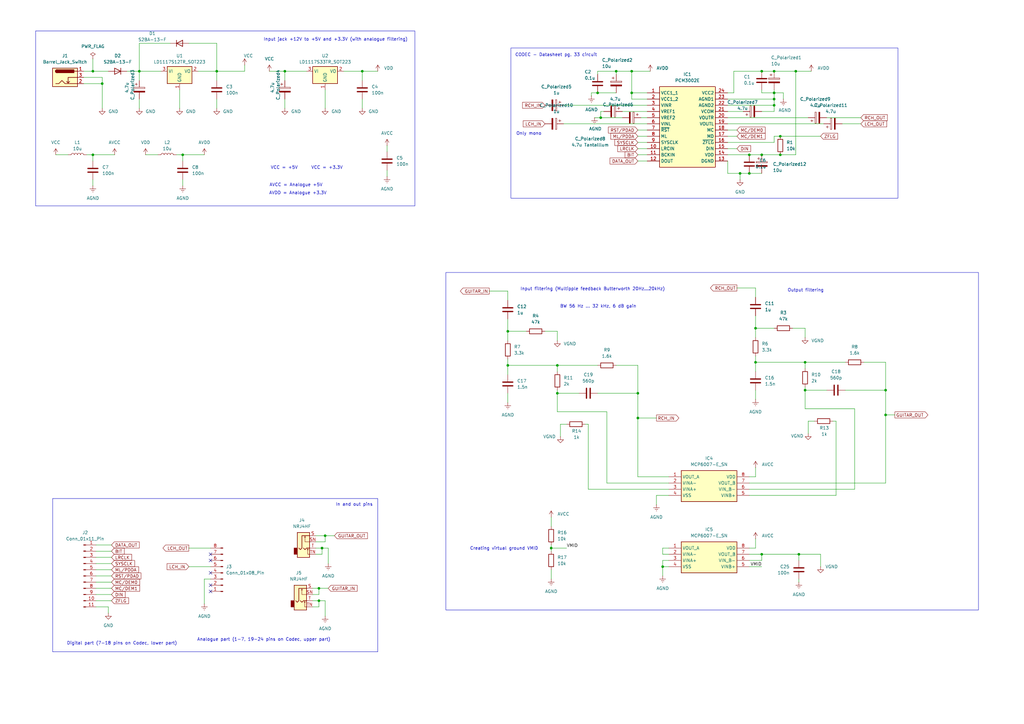
<source format=kicad_sch>
(kicad_sch (version 20231120) (generator "eeschema") (generator_version "8.0")
  (paper "A3")
  (lib_symbols
    (symbol "Connector:Barrel_Jack_Switch" (pin_names hide)
      (property "Reference" "J" (at 0 5.334 0))
      (property "Value" "Barrel_Jack_Switch" (at 0 -5.08 0))
      (symbol "Barrel_Jack_Switch_1_1"
        (pin passive line (at 7.62 2.54 180) (length 2.54) (name "~") (number "1"))
        (pin passive line (at 7.62 -2.54 180) (length 2.54) (name "~") (number "2"))
        (pin passive line (at 7.62 0 180) (length 2.54) (name "~") (number "3"))
      )
    )
    (symbol "Connector:Conn_01x08_Pin" (pin_names (offset 1.016) hide)
      (property "Reference" "J" (at 0 10.16 0))
      (property "Value" "Conn_01x08_Pin" (at 0 -12.7 0))
      (symbol "Conn_01x08_Pin_1_1"
        (pin passive line (at 5.08 7.62 180) (length 3.81) (name "Pin_1") (number "1"))
        (pin passive line (at 5.08 5.08 180) (length 3.81) (name "Pin_2") (number "2"))
        (pin passive line (at 5.08 2.54 180) (length 3.81) (name "Pin_3") (number "3"))
        (pin passive line (at 5.08 0 180) (length 3.81) (name "Pin_4") (number "4"))
        (pin passive line (at 5.08 -2.54 180) (length 3.81) (name "Pin_5") (number "5"))
        (pin passive line (at 5.08 -5.08 180) (length 3.81) (name "Pin_6") (number "6"))
        (pin passive line (at 5.08 -7.62 180) (length 3.81) (name "Pin_7") (number "7"))
        (pin passive line (at 5.08 -10.16 180) (length 3.81) (name "Pin_8") (number "8"))
      )
    )
    (symbol "Connector:Conn_01x11_Pin" (pin_names (offset 1.016) hide)
      (property "Reference" "J" (at 0 15.24 0))
      (property "Value" "Conn_01x11_Pin" (at 0 -15.24 0))
      (symbol "Conn_01x11_Pin_1_1"
        (pin passive line (at 5.08 12.7 180) (length 3.81) (name "Pin_1") (number "1"))
        (pin passive line (at 5.08 -10.16 180) (length 3.81) (name "Pin_10") (number "10"))
        (pin passive line (at 5.08 -12.7 180) (length 3.81) (name "Pin_11") (number "11"))
        (pin passive line (at 5.08 10.16 180) (length 3.81) (name "Pin_2") (number "2"))
        (pin passive line (at 5.08 7.62 180) (length 3.81) (name "Pin_3") (number "3"))
        (pin passive line (at 5.08 5.08 180) (length 3.81) (name "Pin_4") (number "4"))
        (pin passive line (at 5.08 2.54 180) (length 3.81) (name "Pin_5") (number "5"))
        (pin passive line (at 5.08 0 180) (length 3.81) (name "Pin_6") (number "6"))
        (pin passive line (at 5.08 -2.54 180) (length 3.81) (name "Pin_7") (number "7"))
        (pin passive line (at 5.08 -5.08 180) (length 3.81) (name "Pin_8") (number "8"))
        (pin passive line (at 5.08 -7.62 180) (length 3.81) (name "Pin_9") (number "9"))
      )
    )
    (symbol "Connector_Audio:NRJ4HF"
      (property "Reference" "J" (at 0 11.43 0))
      (property "Value" "NRJ4HF" (at 0 8.89 0))
      (symbol "NRJ4HF_1_1"
        (pin passive line (at 5.08 5.08 180) (length 2.54) (name "~") (number "S"))
        (pin passive line (at 5.08 2.54 180) (length 2.54) (name "~") (number "SN"))
        (pin passive line (at 5.08 0 180) (length 2.54) (name "~") (number "T"))
        (pin passive line (at 5.08 -2.54 180) (length 2.54) (name "~") (number "TN"))
      )
    )
    (symbol "Device:C" (pin_numbers hide) (pin_names (offset 0.254))
      (property "Reference" "C" (at 0.635 2.54 0))
      (property "Value" "C" (at 0.635 -2.54 0))
      (symbol "C_1_1"
        (pin passive line (at 0 3.81 270) (length 2.794) (name "~") (number "1"))
        (pin passive line (at 0 -3.81 90) (length 2.794) (name "~") (number "2"))
      )
    )
    (symbol "Device:C_Polarized" (pin_numbers hide) (pin_names (offset 0.254))
      (property "Reference" "C" (at 0.635 2.54 0))
      (property "Value" "C_Polarized" (at 0.635 -2.54 0))
      (symbol "C_Polarized_1_1"
        (pin passive line (at 0 3.81 270) (length 2.794) (name "~") (number "1"))
        (pin passive line (at 0 -3.81 90) (length 2.794) (name "~") (number "2"))
      )
    )
    (symbol "Device:D" (pin_numbers hide) (pin_names (offset 1.016) hide)
      (property "Reference" "D" (at 0 2.54 0))
      (property "Value" "D" (at 0 -2.54 0))
      (symbol "D_1_1"
        (pin passive line (at -3.81 0 0) (length 2.54) (name "K") (number "1"))
        (pin passive line (at 3.81 0 180) (length 2.54) (name "A") (number "2"))
      )
    )
    (symbol "Device:L" (pin_numbers hide) (pin_names (offset 1.016) hide)
      (property "Reference" "L" (at -1.27 0 90))
      (property "Value" "L" (at 1.905 0 90))
      (symbol "L_1_1"
        (pin passive line (at 0 3.81 270) (length 1.27) (name "1") (number "1"))
        (pin passive line (at 0 -3.81 90) (length 1.27) (name "2") (number "2"))
      )
    )
    (symbol "Device:R" (pin_numbers hide) (pin_names (offset 0))
      (property "Reference" "R" (at 2.032 0 90))
      (property "Value" "R" (at 0 0 90))
      (symbol "R_1_1"
        (pin passive line (at 0 3.81 270) (length 1.27) (name "~") (number "1"))
        (pin passive line (at 0 -3.81 90) (length 1.27) (name "~") (number "2"))
      )
    )
    (symbol "Regulator_Linear:LD1117S12TR_SOT223"
      (property "Reference" "U" (at -3.81 3.175 0))
      (property "Value" "LD1117S12TR_SOT223" (at 0 3.175 0))
      (symbol "LD1117S12TR_SOT223_1_1"
        (pin power_in line (at 0 -7.62 90) (length 2.54) (name "GND") (number "1"))
        (pin power_out line (at 7.62 0 180) (length 2.54) (name "VO") (number "2"))
        (pin power_in line (at -7.62 0 0) (length 2.54) (name "VI") (number "3"))
      )
    )
    (symbol "Regulator_Linear:LD1117S33TR_SOT223"
      (property "Reference" "U" (at -3.81 3.175 0))
      (property "Value" "LD1117S33TR_SOT223" (at 0 3.175 0))
      (symbol "LD1117S33TR_SOT223_1_1"
        (pin power_in line (at 0 -7.62 90) (length 2.54) (name "GND") (number "1"))
        (pin power_out line (at 7.62 0 180) (length 2.54) (name "VO") (number "2"))
        (pin power_in line (at -7.62 0 0) (length 2.54) (name "VI") (number "3"))
      )
    )
    (symbol "SamacSys_Parts:MCP6007-E_SN"
      (property "Reference" "IC" (at 29.21 7.62 0))
      (property "Value" "MCP6007-E_SN" (at 29.21 5.08 0))
      (symbol "MCP6007-E_SN_1_1"
        (pin passive line (at 0 0 0) (length 5.08) (name "VOUT_A") (number "1"))
        (pin passive line (at 0 -2.54 0) (length 5.08) (name "VINA-") (number "2"))
        (pin passive line (at 0 -5.08 0) (length 5.08) (name "VINA+") (number "3"))
        (pin passive line (at 0 -7.62 0) (length 5.08) (name "VSS") (number "4"))
        (pin passive line (at 33.02 -7.62 180) (length 5.08) (name "VINB+") (number "5"))
        (pin passive line (at 33.02 -5.08 180) (length 5.08) (name "VIN_B-") (number "6"))
        (pin passive line (at 33.02 -2.54 180) (length 5.08) (name "VOUT_B") (number "7"))
        (pin passive line (at 33.02 0 180) (length 5.08) (name "VDD") (number "8"))
      )
    )
    (symbol "SamacSys_Parts:PCM3002E"
      (property "Reference" "IC" (at 29.21 7.62 0))
      (property "Value" "PCM3002E" (at 29.21 5.08 0))
      (symbol "PCM3002E_1_1"
        (pin passive line (at 0 0 0) (length 5.08) (name "VCC1_1") (number "1"))
        (pin passive line (at 0 -22.86 0) (length 5.08) (name "LRCIN") (number "10"))
        (pin passive line (at 0 -25.4 0) (length 5.08) (name "BCKIN") (number "11"))
        (pin passive line (at 0 -27.94 0) (length 5.08) (name "DOUT") (number "12"))
        (pin passive line (at 33.02 -27.94 180) (length 5.08) (name "DGND") (number "13"))
        (pin passive line (at 33.02 -25.4 180) (length 5.08) (name "VDD") (number "14"))
        (pin passive line (at 33.02 -22.86 180) (length 5.08) (name "DIN") (number "15"))
        (pin passive line (at 33.02 -20.32 180) (length 5.08) (name "~{ZFLG}") (number "16"))
        (pin passive line (at 33.02 -17.78 180) (length 5.08) (name "MD") (number "17"))
        (pin passive line (at 33.02 -15.24 180) (length 5.08) (name "MC") (number "18"))
        (pin passive line (at 33.02 -12.7 180) (length 5.08) (name "VOUTL") (number "19"))
        (pin passive line (at 0 -2.54 0) (length 5.08) (name "VCC1_2") (number "2"))
        (pin passive line (at 33.02 -10.16 180) (length 5.08) (name "VOUTR") (number "20"))
        (pin passive line (at 33.02 -7.62 180) (length 5.08) (name "VCOM") (number "21"))
        (pin passive line (at 33.02 -5.08 180) (length 5.08) (name "AGND2") (number "22"))
        (pin passive line (at 33.02 -2.54 180) (length 5.08) (name "AGND1") (number "23"))
        (pin passive line (at 33.02 0 180) (length 5.08) (name "VCC2") (number "24"))
        (pin passive line (at 0 -5.08 0) (length 5.08) (name "VINR") (number "3"))
        (pin passive line (at 0 -7.62 0) (length 5.08) (name "VREF1") (number "4"))
        (pin passive line (at 0 -10.16 0) (length 5.08) (name "VREF2") (number "5"))
        (pin passive line (at 0 -12.7 0) (length 5.08) (name "VINL") (number "6"))
        (pin passive line (at 0 -15.24 0) (length 5.08) (name "~{RST}") (number "7"))
        (pin passive line (at 0 -17.78 0) (length 5.08) (name "ML") (number "8"))
        (pin passive line (at 0 -20.32 0) (length 5.08) (name "SYSCLK") (number "9"))
      )
    )
    (symbol "power:Earth" (power) (pin_numbers hide) (pin_names (offset 0) hide)
      (property "Value" "Earth" (at 0 -3.81 0))
      (symbol "Earth_1_1"
        (pin power_in line (at 0 0 270) (length 0) (name "~") (number "1"))
      )
    )
    (symbol "power:GND" (power) (pin_numbers hide) (pin_names (offset 0) hide)
      (property "Value" "GND" (at 0 -3.81 0))
      (symbol "GND_1_1"
        (pin power_in line (at 0 0 270) (length 0) (name "~") (number "1"))
      )
    )
    (symbol "power:GND1" (power) (pin_numbers hide) (pin_names (offset 0) hide)
      (property "Value" "GND1" (at 0 -3.81 0))
      (symbol "GND1_1_1"
        (pin power_in line (at 0 0 270) (length 0) (name "~") (number "1"))
      )
    )
    (symbol "power:PWR_FLAG" (power) (pin_numbers hide) (pin_names (offset 0) hide)
      (property "Value" "PWR_FLAG" (at 0 3.81 0))
      (symbol "PWR_FLAG_0_0"
        (pin power_out line (at 0 0 90) (length 0) (name "~") (number "1"))
      )
    )
    (symbol "power:VCC" (power) (pin_numbers hide) (pin_names (offset 0) hide)
      (property "Value" "VCC" (at 0 3.556 0))
      (symbol "VCC_1_1"
        (pin power_in line (at 0 0 90) (length 0) (name "~") (number "1"))
      )
    )
  )
  (junction (at 226.06 224.79))
  (junction (at 228.6 149.86))
  (junction (at 116.84 29.21))
  (junction (at 38.1 29.21))
  (junction (at 132.08 224.79))
  (junction (at 252.73 29.21))
  (junction (at 307.34 71.12))
  (junction (at 317.5 40.64))
  (junction (at 38.1 63.5))
  (junction (at 208.28 135.89))
  (junction (at 309.88 148.59))
  (junction (at 312.42 29.21))
  (junction (at 88.9 29.21))
  (junction (at 327.66 227.33))
  (junction (at 246.38 48.26))
  (junction (at 320.04 55.88))
  (junction (at 330.2 148.59))
  (junction (at 133.35 219.71))
  (junction (at 326.39 29.21))
  (junction (at 312.42 63.5))
  (junction (at 245.11 38.1))
  (junction (at 317.5 29.21))
  (junction (at 320.04 63.5))
  (junction (at 330.2 160.02))
  (junction (at 363.22 160.02))
  (junction (at 228.6 161.29))
  (junction (at 317.5 43.18))
  (junction (at 208.28 149.86))
  (junction (at 271.78 232.41))
  (junction (at 261.62 161.29))
  (junction (at 130.81 246.38))
  (junction (at 309.88 134.62))
  (junction (at 317.5 38.1))
  (junction (at 363.22 170.18))
  (junction (at 130.81 241.3))
  (junction (at 74.93 63.5))
  (junction (at 307.34 63.5))
  (junction (at 303.53 71.12))
  (junction (at 259.08 29.21))
  (junction (at 41.91 34.29))
  (junction (at 57.15 29.21))
  (junction (at 148.59 29.21))
  (junction (at 261.62 171.45))
  (junction (at 312.42 227.33))
  (junction (at 259.08 38.1))
  (no_connect (at 86.36 242.57))
  (no_connect (at 86.36 234.95))
  (no_connect (at 86.36 227.33))
  (no_connect (at 86.36 240.03))
  (no_connect (at 86.36 229.87))
  (wire (pts (xy 298.45 63.5) (xy 307.34 63.5)))
  (wire (pts (xy 246.38 45.72) (xy 246.38 48.26)))
  (wire (pts (xy 317.5 55.88) (xy 320.04 55.88)))
  (wire (pts (xy 208.28 147.32) (xy 208.28 149.86)))
  (wire (pts (xy 309.88 148.59) (xy 309.88 152.4)))
  (wire (pts (xy 226.06 212.09) (xy 226.06 215.9)))
  (wire (pts (xy 228.6 160.02) (xy 228.6 161.29)))
  (wire (pts (xy 208.28 161.29) (xy 208.28 165.1)))
  (wire (pts (xy 326.39 63.5) (xy 326.39 29.21)))
  (wire (pts (xy 39.37 223.52) (xy 45.72 223.52)))
  (wire (pts (xy 312.42 29.21) (xy 317.5 29.21)))
  (wire (pts (xy 330.2 134.62) (xy 330.2 138.43)))
  (wire (pts (xy 74.93 63.5) (xy 74.93 66.04)))
  (wire (pts (xy 57.15 17.78) (xy 57.15 29.21)))
  (wire (pts (xy 243.84 48.26) (xy 246.38 48.26)))
  (wire (pts (xy 133.35 252.73) (xy 133.35 246.38)))
  (wire (pts (xy 226.06 224.79) (xy 226.06 226.06)))
  (wire (pts (xy 309.88 129.54) (xy 309.88 134.62)))
  (wire (pts (xy 223.52 135.89) (xy 228.6 135.89)))
  (wire (pts (xy 336.55 227.33) (xy 327.66 227.33)))
  (wire (pts (xy 274.32 200.66) (xy 241.3 200.66)))
  (wire (pts (xy 309.88 220.98) (xy 309.88 224.79)))
  (wire (pts (xy 261.62 161.29) (xy 261.62 149.86)))
  (wire (pts (xy 38.1 29.21) (xy 44.45 29.21)))
  (wire (pts (xy 208.28 149.86) (xy 228.6 149.86)))
  (wire (pts (xy 312.42 38.1) (xy 312.42 36.83)))
  (wire (pts (xy 116.84 29.21) (xy 125.73 29.21)))
  (wire (pts (xy 265.43 40.64) (xy 259.08 40.64)))
  (wire (pts (xy 298.45 40.64) (xy 317.5 40.64)))
  (wire (pts (xy 327.66 237.49) (xy 327.66 238.76)))
  (wire (pts (xy 261.62 63.5) (xy 265.43 63.5)))
  (wire (pts (xy 228.6 149.86) (xy 245.11 149.86)))
  (wire (pts (xy 38.1 63.5) (xy 46.99 63.5)))
  (wire (pts (xy 298.45 45.72) (xy 304.8 45.72)))
  (wire (pts (xy 39.37 226.06) (xy 45.72 226.06)))
  (wire (pts (xy 88.9 17.78) (xy 88.9 29.21)))
  (wire (pts (xy 35.56 63.5) (xy 38.1 63.5)))
  (wire (pts (xy 261.62 55.88) (xy 265.43 55.88)))
  (wire (pts (xy 326.39 29.21) (xy 317.5 29.21)))
  (wire (pts (xy 307.34 71.12) (xy 312.42 71.12)))
  (wire (pts (xy 353.06 48.26) (xy 339.09 48.26)))
  (wire (pts (xy 242.57 38.1) (xy 245.11 38.1)))
  (wire (pts (xy 134.62 231.14) (xy 134.62 224.79)))
  (wire (pts (xy 261.62 60.96) (xy 265.43 60.96)))
  (wire (pts (xy 261.62 171.45) (xy 269.24 171.45)))
  (wire (pts (xy 261.62 66.04) (xy 265.43 66.04)))
  (wire (pts (xy 73.66 36.83) (xy 73.66 44.45)))
  (wire (pts (xy 259.08 38.1) (xy 259.08 29.21)))
  (wire (pts (xy 307.34 229.87) (xy 312.42 229.87)))
  (wire (pts (xy 330.2 167.64) (xy 350.52 167.64)))
  (wire (pts (xy 261.62 161.29) (xy 261.62 171.45)))
  (wire (pts (xy 307.34 203.2) (xy 342.9 203.2)))
  (wire (pts (xy 271.78 227.33) (xy 274.32 227.33)))
  (wire (pts (xy 110.49 29.21) (xy 116.84 29.21)))
  (wire (pts (xy 330.2 148.59) (xy 346.71 148.59)))
  (wire (pts (xy 130.81 248.92) (xy 130.81 246.38)))
  (wire (pts (xy 300.99 29.21) (xy 300.99 38.1)))
  (wire (pts (xy 269.24 203.2) (xy 274.32 203.2)))
  (wire (pts (xy 307.34 198.12) (xy 363.22 198.12)))
  (wire (pts (xy 134.62 224.79) (xy 132.08 224.79)))
  (wire (pts (xy 309.88 146.05) (xy 309.88 148.59)))
  (wire (pts (xy 255.27 45.72) (xy 265.43 45.72)))
  (wire (pts (xy 274.32 229.87) (xy 271.78 229.87)))
  (wire (pts (xy 215.9 135.89) (xy 208.28 135.89)))
  (wire (pts (xy 363.22 148.59) (xy 354.33 148.59)))
  (wire (pts (xy 128.27 243.84) (xy 130.81 243.84)))
  (wire (pts (xy 265.43 50.8) (xy 231.14 50.8)))
  (wire (pts (xy 242.57 39.37) (xy 242.57 38.1)))
  (wire (pts (xy 298.45 48.26) (xy 331.47 48.26)))
  (wire (pts (xy 57.15 29.21) (xy 57.15 33.02)))
  (wire (pts (xy 74.93 63.5) (xy 83.82 63.5)))
  (wire (pts (xy 41.91 31.75) (xy 41.91 34.29)))
  (wire (pts (xy 133.35 246.38) (xy 130.81 246.38)))
  (wire (pts (xy 128.27 241.3) (xy 130.81 241.3)))
  (wire (pts (xy 77.47 232.41) (xy 86.36 232.41)))
  (wire (pts (xy 317.5 134.62) (xy 309.88 134.62)))
  (wire (pts (xy 320.04 63.5) (xy 326.39 63.5)))
  (wire (pts (xy 45.72 243.84) (xy 39.37 243.84)))
  (wire (pts (xy 309.88 191.77) (xy 309.88 195.58)))
  (wire (pts (xy 39.37 231.14) (xy 45.72 231.14)))
  (wire (pts (xy 88.9 29.21) (xy 100.33 29.21)))
  (wire (pts (xy 229.87 173.99) (xy 232.41 173.99)))
  (wire (pts (xy 363.22 170.18) (xy 367.03 170.18)))
  (wire (pts (xy 309.88 118.11) (xy 309.88 121.92)))
  (wire (pts (xy 34.29 29.21) (xy 38.1 29.21)))
  (wire (pts (xy 341.63 172.72) (xy 342.9 172.72)))
  (wire (pts (xy 34.29 34.29) (xy 41.91 34.29)))
  (wire (pts (xy 312.42 227.33) (xy 307.34 227.33)))
  (wire (pts (xy 327.66 227.33) (xy 312.42 227.33)))
  (wire (pts (xy 228.6 149.86) (xy 228.6 152.4)))
  (wire (pts (xy 317.5 38.1) (xy 317.5 40.64)))
  (wire (pts (xy 148.59 29.21) (xy 154.94 29.21)))
  (wire (pts (xy 228.6 161.29) (xy 228.6 168.91)))
  (wire (pts (xy 148.59 40.64) (xy 148.59 44.45)))
  (wire (pts (xy 298.45 43.18) (xy 317.5 43.18)))
  (wire (pts (xy 226.06 233.68) (xy 226.06 237.49)))
  (wire (pts (xy 307.34 200.66) (xy 350.52 200.66)))
  (wire (pts (xy 274.32 224.79) (xy 271.78 224.79)))
  (wire (pts (xy 246.38 48.26) (xy 255.27 48.26)))
  (wire (pts (xy 262.89 48.26) (xy 265.43 48.26)))
  (wire (pts (xy 34.29 31.75) (xy 41.91 31.75)))
  (wire (pts (xy 336.55 232.41) (xy 336.55 227.33)))
  (wire (pts (xy 158.75 59.69) (xy 158.75 62.23)))
  (wire (pts (xy 133.35 36.83) (xy 133.35 44.45)))
  (wire (pts (xy 331.47 172.72) (xy 334.01 172.72)))
  (wire (pts (xy 332.74 29.21) (xy 326.39 29.21)))
  (wire (pts (xy 247.65 45.72) (xy 246.38 45.72)))
  (wire (pts (xy 57.15 29.21) (xy 66.04 29.21)))
  (wire (pts (xy 317.5 40.64) (xy 317.5 43.18)))
  (wire (pts (xy 158.75 69.85) (xy 158.75 72.39)))
  (wire (pts (xy 137.16 219.71) (xy 133.35 219.71)))
  (wire (pts (xy 245.11 38.1) (xy 252.73 38.1)))
  (wire (pts (xy 39.37 228.6) (xy 45.72 228.6)))
  (wire (pts (xy 298.45 38.1) (xy 300.99 38.1)))
  (wire (pts (xy 248.92 198.12) (xy 248.92 168.91)))
  (wire (pts (xy 208.28 135.89) (xy 208.28 139.7)))
  (wire (pts (xy 245.11 161.29) (xy 261.62 161.29)))
  (wire (pts (xy 330.2 158.75) (xy 330.2 160.02)))
  (wire (pts (xy 22.86 63.5) (xy 27.94 63.5)))
  (wire (pts (xy 133.35 219.71) (xy 129.54 219.71)))
  (wire (pts (xy 325.12 134.62) (xy 330.2 134.62)))
  (wire (pts (xy 312.42 38.1) (xy 317.5 38.1)))
  (wire (pts (xy 269.24 203.2) (xy 269.24 207.01)))
  (wire (pts (xy 59.69 63.5) (xy 64.77 63.5)))
  (wire (pts (xy 45.72 238.76) (xy 39.37 238.76)))
  (wire (pts (xy 274.32 195.58) (xy 261.62 195.58)))
  (wire (pts (xy 307.34 71.12) (xy 303.53 71.12)))
  (wire (pts (xy 83.82 247.65) (xy 83.82 237.49)))
  (wire (pts (xy 321.31 40.64) (xy 321.31 38.1)))
  (wire (pts (xy 363.22 160.02) (xy 363.22 148.59)))
  (wire (pts (xy 320.04 55.88) (xy 336.55 55.88)))
  (wire (pts (xy 298.45 60.96) (xy 302.26 60.96)))
  (wire (pts (xy 302.26 118.11) (xy 309.88 118.11)))
  (wire (pts (xy 330.2 148.59) (xy 330.2 151.13)))
  (wire (pts (xy 100.33 29.21) (xy 100.33 26.67)))
  (wire (pts (xy 39.37 236.22) (xy 45.72 236.22)))
  (wire (pts (xy 298.45 66.04) (xy 298.45 71.12)))
  (wire (pts (xy 74.93 73.66) (xy 74.93 76.2)))
  (wire (pts (xy 57.15 40.64) (xy 57.15 44.45)))
  (wire (pts (xy 52.07 29.21) (xy 57.15 29.21)))
  (wire (pts (xy 228.6 168.91) (xy 248.92 168.91)))
  (wire (pts (xy 88.9 40.64) (xy 88.9 44.45)))
  (wire (pts (xy 133.35 222.25) (xy 133.35 219.71)))
  (wire (pts (xy 274.32 198.12) (xy 248.92 198.12)))
  (wire (pts (xy 77.47 17.78) (xy 88.9 17.78)))
  (wire (pts (xy 44.45 251.46) (xy 44.45 248.92)))
  (wire (pts (xy 345.44 50.8) (xy 353.06 50.8)))
  (wire (pts (xy 39.37 233.68) (xy 45.72 233.68)))
  (wire (pts (xy 271.78 236.22) (xy 271.78 232.41)))
  (wire (pts (xy 312.42 229.87) (xy 312.42 227.33)))
  (wire (pts (xy 228.6 161.29) (xy 237.49 161.29)))
  (wire (pts (xy 81.28 29.21) (xy 88.9 29.21)))
  (wire (pts (xy 363.22 170.18) (xy 363.22 160.02)))
  (wire (pts (xy 309.88 160.02) (xy 309.88 163.83)))
  (wire (pts (xy 330.2 167.64) (xy 330.2 160.02)))
  (wire (pts (xy 346.71 160.02) (xy 363.22 160.02)))
  (wire (pts (xy 130.81 246.38) (xy 128.27 246.38)))
  (wire (pts (xy 245.11 29.21) (xy 245.11 30.48)))
  (wire (pts (xy 259.08 40.64) (xy 259.08 38.1)))
  (wire (pts (xy 226.06 223.52) (xy 226.06 224.79)))
  (wire (pts (xy 129.54 227.33) (xy 132.08 227.33)))
  (wire (pts (xy 72.39 63.5) (xy 74.93 63.5)))
  (wire (pts (xy 132.08 227.33) (xy 132.08 224.79)))
  (wire (pts (xy 208.28 149.86) (xy 208.28 153.67)))
  (wire (pts (xy 140.97 29.21) (xy 148.59 29.21)))
  (wire (pts (xy 312.42 63.5) (xy 320.04 63.5)))
  (wire (pts (xy 241.3 200.66) (xy 241.3 173.99)))
  (wire (pts (xy 128.27 248.92) (xy 130.81 248.92)))
  (wire (pts (xy 363.22 198.12) (xy 363.22 170.18)))
  (wire (pts (xy 259.08 29.21) (xy 252.73 29.21)))
  (wire (pts (xy 265.43 38.1) (xy 259.08 38.1)))
  (wire (pts (xy 44.45 248.92) (xy 39.37 248.92)))
  (wire (pts (xy 132.08 224.79) (xy 129.54 224.79)))
  (wire (pts (xy 303.53 71.12) (xy 303.53 73.66)))
  (wire (pts (xy 261.62 53.34) (xy 265.43 53.34)))
  (wire (pts (xy 130.81 243.84) (xy 130.81 241.3)))
  (wire (pts (xy 298.45 53.34) (xy 302.26 53.34)))
  (wire (pts (xy 252.73 29.21) (xy 252.73 30.48)))
  (wire (pts (xy 116.84 33.02) (xy 116.84 29.21)))
  (wire (pts (xy 45.72 241.3) (xy 39.37 241.3)))
  (wire (pts (xy 327.66 229.87) (xy 327.66 227.33)))
  (wire (pts (xy 208.28 130.81) (xy 208.28 135.89)))
  (wire (pts (xy 69.85 17.78) (xy 57.15 17.78)))
  (wire (pts (xy 298.45 71.12) (xy 303.53 71.12)))
  (wire (pts (xy 330.2 160.02) (xy 339.09 160.02)))
  (wire (pts (xy 271.78 232.41) (xy 274.32 232.41)))
  (wire (pts (xy 226.06 224.79) (xy 232.41 224.79)))
  (wire (pts (xy 261.62 149.86) (xy 252.73 149.86)))
  (wire (pts (xy 309.88 148.59) (xy 330.2 148.59)))
  (wire (pts (xy 309.88 195.58) (xy 307.34 195.58)))
  (wire (pts (xy 317.5 43.18) (xy 317.5 45.72)))
  (wire (pts (xy 228.6 135.89) (xy 228.6 139.7)))
  (wire (pts (xy 350.52 200.66) (xy 350.52 167.64)))
  (wire (pts (xy 331.47 177.8) (xy 331.47 172.72)))
  (wire (pts (xy 208.28 119.38) (xy 208.28 123.19)))
  (wire (pts (xy 317.5 45.72) (xy 312.42 45.72)))
  (wire (pts (xy 309.88 134.62) (xy 309.88 138.43)))
  (wire (pts (xy 38.1 73.66) (xy 38.1 76.2)))
  (wire (pts (xy 342.9 203.2) (xy 342.9 172.72)))
  (wire (pts (xy 229.87 179.07) (xy 229.87 173.99)))
  (wire (pts (xy 271.78 224.79) (xy 271.78 227.33)))
  (wire (pts (xy 38.1 63.5) (xy 38.1 66.04)))
  (wire (pts (xy 129.54 222.25) (xy 133.35 222.25)))
  (wire (pts (xy 321.31 38.1) (xy 317.5 38.1)))
  (wire (pts (xy 148.59 29.21) (xy 148.59 33.02)))
  (wire (pts (xy 130.81 241.3) (xy 134.62 241.3)))
  (wire (pts (xy 300.99 29.21) (xy 312.42 29.21)))
  (wire (pts (xy 309.88 224.79) (xy 307.34 224.79)))
  (wire (pts (xy 240.03 173.99) (xy 241.3 173.99)))
  (wire (pts (xy 261.62 58.42) (xy 265.43 58.42)))
  (wire (pts (xy 200.66 119.38) (xy 208.28 119.38)))
  (wire (pts (xy 252.73 29.21) (xy 245.11 29.21)))
  (wire (pts (xy 41.91 34.29) (xy 41.91 44.45)))
  (wire (pts (xy 259.08 29.21) (xy 266.7 29.21)))
  (wire (pts (xy 307.34 63.5) (xy 312.42 63.5)))
  (wire (pts (xy 38.1 24.13) (xy 38.1 29.21)))
  (wire (pts (xy 231.14 43.18) (xy 265.43 43.18)))
  (wire (pts (xy 317.5 36.83) (xy 317.5 38.1)))
  (wire (pts (xy 298.45 50.8) (xy 337.82 50.8)))
  (wire (pts (xy 83.82 237.49) (xy 86.36 237.49)))
  (wire (pts (xy 261.62 195.58) (xy 261.62 171.45)))
  (wire (pts (xy 298.45 55.88) (xy 302.26 55.88)))
  (wire (pts (xy 271.78 229.87) (xy 271.78 232.41)))
  (wire (pts (xy 45.72 246.38) (xy 39.37 246.38)))
  (wire (pts (xy 116.84 40.64) (xy 116.84 44.45)))
  (wire (pts (xy 317.5 58.42) (xy 317.5 55.88)))
  (wire (pts (xy 298.45 58.42) (xy 317.5 58.42)))
  (wire (pts (xy 77.47 224.79) (xy 86.36 224.79)))
  (wire (pts (xy 312.42 232.41) (xy 307.34 232.41)))
  (wire (pts (xy 88.9 29.21) (xy 88.9 33.02)))
  (rectangle (start 182.88 111.76) (end 401.32 250.19))
  (rectangle (start 21.59 204.47) (end 154.94 267.335))
  (rectangle (start 14.605 12.7) (end 170.18 84.455))
  (rectangle (start 209.55 19.685) (end 368.3 81.28))
  (text "BW 56 Hz ... 32 kHz, 6 dB gain" (at 245.364 125.73 0) (effects (font (size 1.27 1.27))))
  (text "Output filtering" (at 330.454 119.126 0) (effects (font (size 1.27 1.27))))
  (text "AVDD = Analogue +3.3V" (at 122.174 79.248 0) (effects (font (size 1.27 1.27))))
  (text "Input filtering (Multipple feedback Butterworth 20Hz...20kHz)" (at 243.078 118.618 0) (effects (font (size 1.27 1.27))))
  (text "In and out pins\n" (at 145.288 207.01 0) (effects (font (size 1.27 1.27))))
  (text "Digital part (7-18 pins on Codec, lower part)" (at 50.038 263.906 0) (effects (font (size 1.27 1.27))))
  (text "VCC = +5V\n" (at 116.586 68.834 0) (effects (font (size 1.27 1.27))))
  (text "VCC = +3.3V\n" (at 134.112 68.834 0) (effects (font (size 1.27 1.27))))
  (text "AVCC = Analogue +5V" (at 121.412 75.946 0) (effects (font (size 1.27 1.27))))
  (text "Only mono\n" (at 216.916 54.864 0) (effects (font (size 1.27 1.27))))
  (text "Creating virtual ground VMID" (at 206.756 225.044 0) (effects (font (size 1.27 1.27))))
  (text "Input jack +12V to +5V and +3.3V (with analogue filtering)\n" (at 137.668 16.256 0) (effects (font (size 1.27 1.27))))
  (text "Analogue part (1-7, 19-24 pins on Codec, upper part)" (at 108.204 262.382 0) (effects (font (size 1.27 1.27))))
  (text "CODEC - Datasheet pg. 33 circuit\n" (at 228.092 22.606 0) (effects (font (size 1.27 1.27))))
  (label "VMID" (at 232.41 224.79 0))
  (label "VMID" (at 312.42 232.41 180))
  (global_label "LRCLK" (shape input) (at 261.62 60.96 180) (property "Intersheetrefs" "${INTERSHEET_REFS}" (effects (hide yes))))
  (global_label "LCH_OUT" (shape input) (at 353.06 50.8 0) (property "Intersheetrefs" "${INTERSHEET_REFS}" (effects (hide yes))))
  (global_label "LCH_OUT" (shape output) (at 77.47 224.79 180) (property "Intersheetrefs" "${INTERSHEET_REFS}" (effects (hide yes))))
  (global_label "RST{slash}PDAD" (shape input) (at 45.72 236.22 0) (property "Intersheetrefs" "${INTERSHEET_REFS}" (effects (hide yes))))
  (global_label "MC{slash}DEM0" (shape input) (at 45.72 238.76 0) (property "Intersheetrefs" "${INTERSHEET_REFS}" (effects (hide yes))))
  (global_label "RCH_OUT" (shape input) (at 353.06 48.26 0) (property "Intersheetrefs" "${INTERSHEET_REFS}" (effects (hide yes))))
  (global_label "MC{slash}DEM1" (shape input) (at 45.72 241.3 0) (property "Intersheetrefs" "${INTERSHEET_REFS}" (effects (hide yes))))
  (global_label "ML{slash}PDDA" (shape input) (at 45.72 233.68 0) (property "Intersheetrefs" "${INTERSHEET_REFS}" (effects (hide yes))))
  (global_label "GUITAR_OUT" (shape input) (at 137.16 219.71 0) (property "Intersheetrefs" "${INTERSHEET_REFS}" (effects (hide yes))))
  (global_label "DATA_OUT" (shape input) (at 261.62 66.04 180) (property "Intersheetrefs" "${INTERSHEET_REFS}" (effects (hide yes))))
  (global_label "ML{slash}PDDA" (shape input) (at 261.62 55.88 180) (property "Intersheetrefs" "${INTERSHEET_REFS}" (effects (hide yes))))
  (global_label "SYSCLK" (shape input) (at 261.62 58.42 180) (property "Intersheetrefs" "${INTERSHEET_REFS}" (effects (hide yes))))
  (global_label "GUITAR_IN" (shape input) (at 134.62 241.3 0) (property "Intersheetrefs" "${INTERSHEET_REFS}" (effects (hide yes))))
  (global_label "RCH_IN" (shape output) (at 269.24 171.45 0) (property "Intersheetrefs" "${INTERSHEET_REFS}" (effects (hide yes))))
  (global_label "SYSCLK" (shape input) (at 45.72 231.14 0) (property "Intersheetrefs" "${INTERSHEET_REFS}" (effects (hide yes))))
  (global_label "DIN" (shape input) (at 45.72 243.84 0) (property "Intersheetrefs" "${INTERSHEET_REFS}" (effects (hide yes))))
  (global_label "BIT" (shape input) (at 261.62 63.5 180) (property "Intersheetrefs" "${INTERSHEET_REFS}" (effects (hide yes))))
  (global_label "LRCLK" (shape input) (at 45.72 228.6 0) (property "Intersheetrefs" "${INTERSHEET_REFS}" (effects (hide yes))))
  (global_label "RST{slash}PDAD" (shape input) (at 261.62 53.34 180) (property "Intersheetrefs" "${INTERSHEET_REFS}" (effects (hide yes))))
  (global_label "MC{slash}DEM0" (shape input) (at 302.26 53.34 0) (property "Intersheetrefs" "${INTERSHEET_REFS}" (effects (hide yes))))
  (global_label "MC{slash}DEM1" (shape input) (at 302.26 55.88 0) (property "Intersheetrefs" "${INTERSHEET_REFS}" (effects (hide yes))))
  (global_label "DATA_OUT" (shape input) (at 45.72 223.52 0) (property "Intersheetrefs" "${INTERSHEET_REFS}" (effects (hide yes))))
  (global_label "LCH_IN" (shape input) (at 223.52 50.8 180) (property "Intersheetrefs" "${INTERSHEET_REFS}" (effects (hide yes))))
  (global_label "DIN" (shape input) (at 302.26 60.96 0) (property "Intersheetrefs" "${INTERSHEET_REFS}" (effects (hide yes))))
  (global_label "BIT" (shape input) (at 45.72 226.06 0) (property "Intersheetrefs" "${INTERSHEET_REFS}" (effects (hide yes))))
  (global_label "ZFLG" (shape input) (at 45.72 246.38 0) (property "Intersheetrefs" "${INTERSHEET_REFS}" (effects (hide yes))))
  (global_label "GUITAR_IN" (shape output) (at 200.66 119.38 180) (property "Intersheetrefs" "${INTERSHEET_REFS}" (effects (hide yes))))
  (global_label "LCH_IN" (shape input) (at 77.47 232.41 180) (property "Intersheetrefs" "${INTERSHEET_REFS}" (effects (hide yes))))
  (global_label "ZFLG" (shape input) (at 336.55 55.88 0) (property "Intersheetrefs" "${INTERSHEET_REFS}" (effects (hide yes))))
  (global_label "RCH_IN" (shape input) (at 223.52 43.18 180) (property "Intersheetrefs" "${INTERSHEET_REFS}" (effects (hide yes))))
  (global_label "GUITAR_OUT" (shape output) (at 367.03 170.18 0) (property "Intersheetrefs" "${INTERSHEET_REFS}" (effects (hide yes))))
  (global_label "RCH_OUT" (shape output) (at 302.26 118.11 180) (property "Intersheetrefs" "${INTERSHEET_REFS}" (effects (hide yes))))
  (symbol (lib_id "Regulator_Linear:LD1117S33TR_SOT223") (at 133.35 29.21 0) (unit 1)
    (property "Reference" "U2" (at 133.35 22.86 0))
    (property "Value" "LD1117S33TR_SOT223" (at 133.35 25.4 0))
    (property "Footprint" "Package_TO_SOT_SMD:SOT-223-3_TabPin2" (effects (hide yes)))
    (property "Datasheet" "http://www.st.com/st-web-ui/static/active/en/resource/technical/document/datasheet/CD00000544.pdf" (effects (hide yes)))
    (property "Description" "800mA Fixed Low Drop Positive Voltage Regulator, Fixed Output 3.3V, SOT-223" (effects (hide yes)))
  )
  (symbol (lib_id "Device:C") (at 208.28 127 180) (unit 1)
    (property "Reference" "C12" (at 212.09 125.7299 0) (effects (justify right)))
    (property "Value" "1u" (at 212.09 128.2699 0) (effects (justify right)))
    (property "Footprint" "Capacitor_SMD:C_0805_2012Metric" (effects (hide yes)))
    (property "Description" "Unpolarized capacitor" (effects (hide yes)))
  )
  (symbol (lib_id "Device:C") (at 88.9 36.83 0) (unit 1)
    (property "Reference" "C3" (at 92.71 35.5599 0) (effects (justify left)))
    (property "Value" "100n" (at 92.71 38.0999 0) (effects (justify left)))
    (property "Footprint" "Capacitor_SMD:C_0805_2012Metric" (effects (hide yes)))
    (property "Description" "Unpolarized capacitor" (effects (hide yes)))
  )
  (symbol (lib_id "power:GND1") (at 73.66 44.45 0) (unit 1)
    (property "Reference" "#PWR010" (effects (hide yes)))
    (property "Value" "GND" (at 76.2 45.7199 0) (effects (justify left)))
    (property "Description" "Power symbol creates a global label with name \"GND1\" , ground" (effects (hide yes)))
  )
  (symbol (lib_id "power:Earth") (at 134.62 231.14 0) (unit 1)
    (property "Reference" "#PWR052" (effects (hide yes)))
    (property "Value" "AGND" (at 134.62 236.22 0))
    (property "Description" "Power symbol creates a global label with name \"Earth\"" (effects (hide yes)))
  )
  (symbol (lib_id "Device:C_Polarized") (at 227.33 43.18 270) (unit 1)
    (property "Reference" "C_Polarized5" (at 228.219 35.56 90))
    (property "Value" "1u" (at 228.219 38.1 90))
    (property "Footprint" "Capacitor_THT:CP_Radial_D4.0mm_P1.50mm" (effects (hide yes)))
    (property "Description" "Polarized capacitor" (effects (hide yes)))
  )
  (symbol (lib_id "Device:R") (at 226.06 219.71 0) (unit 1)
    (property "Reference" "R16" (at 228.6 218.4399 0) (effects (justify left)))
    (property "Value" "10k" (at 228.6 220.9799 0) (effects (justify left)))
    (property "Footprint" "Resistor_SMD:R_0805_2012Metric" (effects (hide yes)))
    (property "Description" "Resistor" (effects (hide yes)))
  )
  (symbol (lib_id "power:VCC") (at 332.74 29.21 0) (unit 1)
    (property "Reference" "#PWR05" (effects (hide yes)))
    (property "Value" "AVDD" (at 335.28 27.9399 0) (effects (justify left)))
    (property "Description" "Power symbol creates a global label with name \"VCC\"" (effects (hide yes)))
  )
  (symbol (lib_id "power:GND1") (at 133.35 44.45 0) (unit 1)
    (property "Reference" "#PWR013" (effects (hide yes)))
    (property "Value" "GND" (at 135.89 45.7199 0) (effects (justify left)))
    (property "Description" "Power symbol creates a global label with name \"GND1\" , ground" (effects (hide yes)))
  )
  (symbol (lib_id "Device:C") (at 342.9 160.02 90) (unit 1)
    (property "Reference" "C18" (at 342.9 152.4 90))
    (property "Value" "560p" (at 342.9 154.94 90))
    (property "Footprint" "Capacitor_SMD:C_0805_2012Metric" (effects (hide yes)))
    (property "Description" "Unpolarized capacitor" (effects (hide yes)))
  )
  (symbol (lib_id "Connector_Audio:NRJ4HF") (at 123.19 246.38 0) (unit 1)
    (property "Reference" "J5" (at 122.555 234.95 0))
    (property "Value" "NRJ4HF" (at 122.555 237.49 0))
    (property "Footprint" "Connector_Audio:Jack_6.35mm_Neutrik_NRJ4HF_Horizontal" (effects (hide yes)))
    (property "Datasheet" "https://www.neutrik.com/en/product/nrj4hf" (effects (hide yes)))
    (property "Description" "Slim Jacks, 6.35mm (1/4in) mono jack, switched, fully threaded nose" (effects (hide yes)))
  )
  (symbol (lib_id "power:Earth") (at 158.75 72.39 0) (unit 1)
    (property "Reference" "#PWR021" (effects (hide yes)))
    (property "Value" "AGND" (at 158.75 77.47 0))
    (property "Description" "Power symbol creates a global label with name \"Earth\"" (effects (hide yes)))
  )
  (symbol (lib_id "Device:C") (at 148.59 36.83 0) (unit 1)
    (property "Reference" "C4" (at 152.4 35.5599 0) (effects (justify left)))
    (property "Value" "100n" (at 152.4 38.0999 0) (effects (justify left)))
    (property "Footprint" "Capacitor_SMD:C_0805_2012Metric" (effects (hide yes)))
    (property "Description" "Unpolarized capacitor" (effects (hide yes)))
  )
  (symbol (lib_id "power:GND1") (at 148.59 44.45 0) (unit 1)
    (property "Reference" "#PWR014" (effects (hide yes)))
    (property "Value" "GND" (at 151.13 45.7199 0) (effects (justify left)))
    (property "Description" "Power symbol creates a global label with name \"GND1\" , ground" (effects (hide yes)))
  )
  (symbol (lib_id "power:VCC") (at 266.7 29.21 0) (unit 1)
    (property "Reference" "#PWR04" (effects (hide yes)))
    (property "Value" "AVDD" (at 269.24 27.9399 0) (effects (justify left)))
    (property "Description" "Power symbol creates a global label with name \"VCC\"" (effects (hide yes)))
  )
  (symbol (lib_id "Device:R") (at 350.52 148.59 270) (unit 1)
    (property "Reference" "R8" (at 350.52 142.24 90))
    (property "Value" "1.6k" (at 350.52 144.78 90))
    (property "Footprint" "Resistor_SMD:R_0805_2012Metric" (effects (hide yes)))
    (property "Description" "Resistor" (effects (hide yes)))
  )
  (symbol (lib_id "Device:C") (at 245.11 34.29 0) (unit 1)
    (property "Reference" "C2" (at 239.776 29.464 0) (effects (justify left)))
    (property "Value" "0.1u" (at 239.776 32.004 0) (effects (justify left)))
    (property "Footprint" "Capacitor_SMD:C_0805_2012Metric" (effects (hide yes)))
    (property "Description" "Unpolarized capacitor" (effects (hide yes)))
  )
  (symbol (lib_id "Device:D") (at 73.66 17.78 0) (unit 1)
    (property "Reference" "D1" (at 62.484 13.716 0))
    (property "Value" "S2BA-13-F" (at 62.484 16.256 0))
    (property "Footprint" "Diode_SMD:D_SMA" (effects (hide yes)))
    (property "Description" "Diode" (effects (hide yes)))
    (property "Sim.Device" "D" (effects (hide yes)))
    (property "Sim.Pins" "1=K 2=A" (effects (hide yes)))
  )
  (symbol (lib_id "Device:C") (at 307.34 67.31 0) (mirror y) (unit 1)
    (property "Reference" "C6" (at 314.198 65.786 0) (effects (justify left)))
    (property "Value" "0.1u" (at 314.198 68.326 0) (effects (justify left)))
    (property "Footprint" "Capacitor_SMD:C_0805_2012Metric" (effects (hide yes)))
    (property "Description" "Unpolarized capacitor" (effects (hide yes)))
  )
  (symbol (lib_id "power:VCC") (at 309.88 220.98 0) (unit 1)
    (property "Reference" "#PWR050" (effects (hide yes)))
    (property "Value" "AVCC" (at 312.42 219.7099 0) (effects (justify left)))
    (property "Description" "Power symbol creates a global label with name \"VCC\"" (effects (hide yes)))
  )
  (symbol (lib_id "power:Earth") (at 271.78 236.22 0) (mirror y) (unit 1)
    (property "Reference" "#PWR054" (effects (hide yes)))
    (property "Value" "AGND" (at 271.78 241.3 0))
    (property "Description" "Power symbol creates a global label with name \"Earth\"" (effects (hide yes)))
  )
  (symbol (lib_id "power:GND1") (at 57.15 44.45 0) (unit 1)
    (property "Reference" "#PWR09" (effects (hide yes)))
    (property "Value" "GND" (at 59.69 45.7199 0) (effects (justify left)))
    (property "Description" "Power symbol creates a global label with name \"GND1\" , ground" (effects (hide yes)))
  )
  (symbol (lib_id "power:GND1") (at 330.2 138.43 0) (unit 1)
    (property "Reference" "#PWR032" (effects (hide yes)))
    (property "Value" "VGND" (at 332.74 139.6999 0) (effects (justify left)))
    (property "Description" "Power symbol creates a global label with name \"GND1\" , ground" (effects (hide yes)))
  )
  (symbol (lib_id "Device:C") (at 309.88 125.73 180) (unit 1)
    (property "Reference" "C11" (at 313.69 124.4599 0) (effects (justify right)))
    (property "Value" "1u" (at 313.69 126.9999 0) (effects (justify right)))
    (property "Footprint" "Capacitor_SMD:C_0805_2012Metric" (effects (hide yes)))
    (property "Description" "Unpolarized capacitor" (effects (hide yes)))
  )
  (symbol (lib_id "Device:C") (at 38.1 69.85 0) (unit 1)
    (property "Reference" "C7" (at 41.91 68.5799 0) (effects (justify left)))
    (property "Value" "100n" (at 41.91 71.1199 0) (effects (justify left)))
    (property "Footprint" "Capacitor_SMD:C_0805_2012Metric" (effects (hide yes)))
    (property "Description" "Unpolarized capacitor" (effects (hide yes)))
  )
  (symbol (lib_id "power:Earth") (at 208.28 165.1 0) (unit 1)
    (property "Reference" "#PWR038" (effects (hide yes)))
    (property "Value" "AGND" (at 208.28 170.18 0))
    (property "Description" "Power symbol creates a global label with name \"Earth\"" (effects (hide yes)))
  )
  (symbol (lib_id "power:VCC") (at 309.88 191.77 0) (unit 1)
    (property "Reference" "#PWR047" (effects (hide yes)))
    (property "Value" "AVCC" (at 312.42 190.4999 0) (effects (justify left)))
    (property "Description" "Power symbol creates a global label with name \"VCC\"" (effects (hide yes)))
  )
  (symbol (lib_id "power:VCC") (at 83.82 63.5 0) (unit 1)
    (property "Reference" "#PWR020" (effects (hide yes)))
    (property "Value" "AVDD" (at 83.82 58.42 0))
    (property "Description" "Power symbol creates a global label with name \"VCC\"" (effects (hide yes)))
  )
  (symbol (lib_id "power:VCC") (at 22.86 63.5 0) (unit 1)
    (property "Reference" "#PWR017" (effects (hide yes)))
    (property "Value" "VCC" (at 22.86 58.42 0))
    (property "Description" "Power symbol creates a global label with name \"VCC\"" (effects (hide yes)))
  )
  (symbol (lib_id "Device:R") (at 321.31 134.62 90) (unit 1)
    (property "Reference" "R3" (at 321.31 128.27 90))
    (property "Value" "47k" (at 321.31 130.81 90))
    (property "Footprint" "Resistor_SMD:R_0805_2012Metric" (effects (hide yes)))
    (property "Description" "Resistor" (effects (hide yes)))
  )
  (symbol (lib_id "Device:R") (at 330.2 154.94 0) (unit 1)
    (property "Reference" "R10" (at 332.74 153.6699 0) (effects (justify left)))
    (property "Value" "2k" (at 332.74 156.2099 0) (effects (justify left)))
    (property "Footprint" "Resistor_SMD:R_0805_2012Metric" (effects (hide yes)))
    (property "Description" "Resistor" (effects (hide yes)))
  )
  (symbol (lib_id "power:Earth") (at 242.57 39.37 0) (unit 1)
    (property "Reference" "#PWR06" (effects (hide yes)))
    (property "Value" "AGND" (at 240.03 44.958 0) (effects (justify left)))
    (property "Description" "Power symbol creates a global label with name \"Earth\"" (effects (hide yes)))
  )
  (symbol (lib_id "Connector:Conn_01x11_Pin") (at 34.29 236.22 0) (unit 1)
    (property "Reference" "J2" (at 34.925 218.44 0))
    (property "Value" "Conn_01x11_Pin" (at 34.925 220.98 0))
    (property "Footprint" "Connector_PinSocket_2.54mm:PinSocket_1x11_P2.54mm_Vertical" (effects (hide yes)))
    (property "Description" "Generic connector, single row, 01x11, script generated" (effects (hide yes)))
  )
  (symbol (lib_id "Connector:Barrel_Jack_Switch") (at 26.67 31.75 0) (unit 1)
    (property "Reference" "J1" (at 26.67 22.86 0))
    (property "Value" "Barrel_Jack_Switch" (at 26.67 25.4 0))
    (property "Footprint" "Connector_BarrelJack:BarrelJack_Horizontal" (effects (hide yes)))
    (property "Description" "DC Barrel Jack with an internal switch" (effects (hide yes)))
  )
  (symbol (lib_id "Device:D") (at 48.26 29.21 180) (unit 1)
    (property "Reference" "D2" (at 48.26 22.86 0))
    (property "Value" "S2BA-13-F" (at 48.26 25.4 0))
    (property "Footprint" "Diode_SMD:D_SMA" (effects (hide yes)))
    (property "Description" "Diode" (effects (hide yes)))
    (property "Sim.Device" "D" (effects (hide yes)))
    (property "Sim.Pins" "1=K 2=A" (effects (hide yes)))
  )
  (symbol (lib_id "Device:C") (at 309.88 156.21 180) (unit 1)
    (property "Reference" "C16" (at 313.69 154.9399 0) (effects (justify right)))
    (property "Value" "1.5n" (at 313.69 157.4799 0) (effects (justify right)))
    (property "Footprint" "Capacitor_SMD:C_0805_2012Metric" (effects (hide yes)))
    (property "Description" "Unpolarized capacitor" (effects (hide yes)))
  )
  (symbol (lib_id "SamacSys_Parts:MCP6007-E_SN") (at 274.32 224.79 0) (unit 1)
    (property "Reference" "IC5" (at 290.83 217.17 0))
    (property "Value" "MCP6007-E_SN" (at 290.83 219.71 0))
    (property "Footprint" "SamacSys_Parts:SOIC127P600X175-8N" (effects (hide yes)))
    (property "Datasheet" "https://ms.componentsearchengine.com/Datasheets/2/MCP6007-E_SN.pdf" (effects (hide yes)))
    (property "Description" "MICROCHIP - MCP6007-E/SN - Operational Amplifier, 2 Amplifier, 1 MHz, 1.9 V/s, 1.8V to 5.5V, NSOIC, 8 Pins" (effects (hide yes)))
    (property "Height" "1.75" (effects (hide yes)))
    (property "Mouser Part Number" "579-MCP6007-E/SN" (effects (hide yes)))
    (property "Mouser Price/Stock" "https://www.mouser.co.uk/ProductDetail/Microchip-Technology/MCP6007-E-SN?qs=W%2FMpXkg%252BdQ6ZK10sbCtTTA%3D%3D" (effects (hide yes)))
    (property "Manufacturer_Name" "Microchip" (effects (hide yes)))
    (property "Manufacturer_Part_Number" "MCP6007-E/SN" (effects (hide yes)))
  )
  (symbol (lib_id "power:PWR_FLAG") (at 38.1 24.13 0) (unit 1)
    (property "Reference" "#FLG01" (effects (hide yes)))
    (property "Value" "PWR_FLAG" (at 38.1 19.05 0))
    (property "Description" "Special symbol for telling ERC where power comes from" (effects (hide yes)))
  )
  (symbol (lib_id "Device:C_Polarized") (at 57.15 36.83 0) (unit 1)
    (property "Reference" "C_Polarized3" (at 54.356 34.798 90))
    (property "Value" "4.7u" (at 52.07 35.941 90))
    (property "Footprint" "Capacitor_THT:CP_Radial_D4.0mm_P1.50mm" (effects (hide yes)))
    (property "Description" "Polarized capacitor" (effects (hide yes)))
  )
  (symbol (lib_id "Device:C_Polarized") (at 252.73 34.29 0) (unit 1)
    (property "Reference" "C_Polarized2" (at 246.888 24.638 0) (effects (justify left)))
    (property "Value" "10u" (at 246.888 27.178 0) (effects (justify left)))
    (property "Footprint" "Capacitor_THT:CP_Radial_D4.0mm_P1.50mm" (effects (hide yes)))
    (property "Description" "Polarized capacitor" (effects (hide yes)))
  )
  (symbol (lib_id "Device:C") (at 208.28 157.48 180) (unit 1)
    (property "Reference" "C17" (at 212.09 156.2099 0) (effects (justify right)))
    (property "Value" "1.5n" (at 212.09 158.7499 0) (effects (justify right)))
    (property "Footprint" "Capacitor_SMD:C_0805_2012Metric" (effects (hide yes)))
    (property "Description" "Unpolarized capacitor" (effects (hide yes)))
  )
  (symbol (lib_id "Device:C_Polarized") (at 317.5 33.02 0) (unit 1)
    (property "Reference" "C_Polarized1" (at 316.23 23.622 0) (effects (justify left)))
    (property "Value" "10u" (at 316.23 26.162 0) (effects (justify left)))
    (property "Footprint" "Capacitor_THT:CP_Radial_D4.0mm_P1.50mm" (effects (hide yes)))
    (property "Description" "Polarized capacitor" (effects (hide yes)))
  )
  (symbol (lib_id "power:Earth") (at 133.35 252.73 0) (unit 1)
    (property "Reference" "#PWR058" (effects (hide yes)))
    (property "Value" "AGND" (at 133.35 257.81 0))
    (property "Description" "Power symbol creates a global label with name \"Earth\"" (effects (hide yes)))
  )
  (symbol (lib_id "power:Earth") (at 74.93 76.2 0) (unit 1)
    (property "Reference" "#PWR024" (effects (hide yes)))
    (property "Value" "AGND" (at 74.93 81.28 0))
    (property "Description" "Power symbol creates a global label with name \"Earth\"" (effects (hide yes)))
  )
  (symbol (lib_id "power:VCC") (at 158.75 59.69 0) (unit 1)
    (property "Reference" "#PWR016" (effects (hide yes)))
    (property "Value" "AVCC" (at 158.75 54.61 0))
    (property "Description" "Power symbol creates a global label with name \"VCC\"" (effects (hide yes)))
  )
  (symbol (lib_id "Device:C_Polarized") (at 312.42 67.31 0) (unit 1)
    (property "Reference" "C_Polarized12" (at 316.992 67.31 0) (effects (justify left)))
    (property "Value" "10u" (at 316.992 69.85 0) (effects (justify left)))
    (property "Footprint" "Capacitor_THT:CP_Radial_D4.0mm_P1.50mm" (effects (hide yes)))
    (property "Description" "Polarized capacitor" (effects (hide yes)))
  )
  (symbol (lib_id "power:GND") (at 44.45 251.46 0) (unit 1)
    (property "Reference" "#PWR056" (effects (hide yes)))
    (property "Value" "GND" (at 44.45 256.54 0))
    (property "Description" "Power symbol creates a global label with name \"GND\" , ground" (effects (hide yes)))
  )
  (symbol (lib_id "Connector_Audio:NRJ4HF") (at 124.46 224.79 0) (unit 1)
    (property "Reference" "J4" (at 123.825 213.36 0))
    (property "Value" "NRJ4HF" (at 123.825 215.9 0))
    (property "Footprint" "Connector_Audio:Jack_6.35mm_Neutrik_NRJ4HF_Horizontal" (effects (hide yes)))
    (property "Datasheet" "https://www.neutrik.com/en/product/nrj4hf" (effects (hide yes)))
    (property "Description" "Slim Jacks, 6.35mm (1/4in) mono jack, switched, fully threaded nose" (effects (hide yes)))
  )
  (symbol (lib_id "Device:R") (at 208.28 143.51 0) (unit 1)
    (property "Reference" "R7" (at 210.82 142.2399 0) (effects (justify left)))
    (property "Value" "3.3k" (at 210.82 144.7799 0) (effects (justify left)))
    (property "Footprint" "Resistor_SMD:R_0805_2012Metric" (effects (hide yes)))
    (property "Description" "Resistor" (effects (hide yes)))
  )
  (symbol (lib_id "Device:R") (at 226.06 229.87 0) (unit 1)
    (property "Reference" "R17" (at 228.6 228.5999 0) (effects (justify left)))
    (property "Value" "10k" (at 228.6 231.1399 0) (effects (justify left)))
    (property "Footprint" "Resistor_SMD:R_0805_2012Metric" (effects (hide yes)))
    (property "Description" "Resistor" (effects (hide yes)))
  )
  (symbol (lib_id "Device:R") (at 320.04 59.69 0) (unit 1)
    (property "Reference" "R1" (at 322.58 58.4199 0) (effects (justify left)))
    (property "Value" "10k" (at 322.58 60.9599 0) (effects (justify left)))
    (property "Footprint" "Resistor_SMD:R_0805_2012Metric" (effects (hide yes)))
    (property "Description" "Resistor" (effects (hide yes)))
  )
  (symbol (lib_id "power:Earth") (at 269.24 207.01 0) (unit 1)
    (property "Reference" "#PWR048" (effects (hide yes)))
    (property "Value" "AGND" (at 269.24 212.09 0))
    (property "Description" "Power symbol creates a global label with name \"Earth\"" (effects (hide yes)))
  )
  (symbol (lib_id "Device:R") (at 219.71 135.89 90) (unit 1)
    (property "Reference" "R4" (at 219.71 129.54 90))
    (property "Value" "47k" (at 219.71 132.08 90))
    (property "Footprint" "Resistor_SMD:R_0805_2012Metric" (effects (hide yes)))
    (property "Description" "Resistor" (effects (hide yes)))
  )
  (symbol (lib_id "Device:C_Polarized") (at 227.33 50.8 270) (unit 1)
    (property "Reference" "C_Polarized10" (at 228.219 43.18 90))
    (property "Value" "1u" (at 228.219 45.72 90))
    (property "Footprint" "Capacitor_THT:CP_Radial_D4.0mm_P1.50mm" (effects (hide yes)))
    (property "Description" "Polarized capacitor" (effects (hide yes)))
  )
  (symbol (lib_id "Device:R") (at 309.88 142.24 0) (unit 1)
    (property "Reference" "R6" (at 312.42 140.9699 0) (effects (justify left)))
    (property "Value" "3.3k" (at 312.42 143.5099 0) (effects (justify left)))
    (property "Footprint" "Resistor_SMD:R_0805_2012Metric" (effects (hide yes)))
    (property "Description" "Resistor" (effects (hide yes)))
  )
  (symbol (lib_id "Device:L") (at 31.75 63.5 90) (unit 1)
    (property "Reference" "L1" (at 31.75 58.42 90))
    (property "Value" "10u" (at 31.75 60.96 90))
    (property "Footprint" "Inductor_SMD:L_0805_2012Metric_Pad1.15x1.40mm_HandSolder" (effects (hide yes)))
    (property "Description" "Inductor" (effects (hide yes)))
  )
  (symbol (lib_id "power:Earth") (at 327.66 238.76 0) (mirror y) (unit 1)
    (property "Reference" "#PWR053" (effects (hide yes)))
    (property "Value" "AGND" (at 327.66 243.84 0))
    (property "Description" "Power symbol creates a global label with name \"Earth\"" (effects (hide yes)))
  )
  (symbol (lib_id "Device:C_Polarized") (at 259.08 48.26 270) (unit 1)
    (property "Reference" "C_Polarized8" (at 242.062 56.896 90))
    (property "Value" "4.7u Tantalllum" (at 242.062 59.436 90))
    (property "Footprint" "Capacitor_THT:CP_Radial_D4.0mm_P1.50mm" (effects (hide yes)))
    (property "Description" "Polarized capacitor" (effects (hide yes)))
  )
  (symbol (lib_id "Device:C_Polarized") (at 251.46 45.72 270) (unit 1)
    (property "Reference" "C_Polarized6" (at 253.492 42.926 90))
    (property "Value" "4.7u" (at 252.349 40.64 90))
    (property "Footprint" "Capacitor_THT:CP_Radial_D4.0mm_P1.50mm" (effects (hide yes)))
    (property "Description" "Polarized capacitor" (effects (hide yes)))
  )
  (symbol (lib_id "power:VCC") (at 110.49 29.21 0) (unit 1)
    (property "Reference" "#PWR02" (effects (hide yes)))
    (property "Value" "VCC" (at 110.49 24.13 0))
    (property "Description" "Power symbol creates a global label with name \"VCC\"" (effects (hide yes)))
  )
  (symbol (lib_id "Device:C") (at 241.3 161.29 90) (unit 1)
    (property "Reference" "C19" (at 241.3 153.67 90))
    (property "Value" "560p" (at 241.3 156.21 90))
    (property "Footprint" "Capacitor_SMD:C_0805_2012Metric" (effects (hide yes)))
    (property "Description" "Unpolarized capacitor" (effects (hide yes)))
  )
  (symbol (lib_id "power:GND1") (at 229.87 179.07 0) (unit 1)
    (property "Reference" "#PWR045" (effects (hide yes)))
    (property "Value" "VGND" (at 222.758 179.07 0) (effects (justify left)))
    (property "Description" "Power symbol creates a global label with name \"GND1\" , ground" (effects (hide yes)))
  )
  (symbol (lib_id "Regulator_Linear:LD1117S12TR_SOT223") (at 73.66 29.21 0) (unit 1)
    (property "Reference" "U1" (at 73.66 22.86 0))
    (property "Value" "LD1117S12TR_SOT223" (at 73.66 25.4 0))
    (property "Footprint" "Package_TO_SOT_SMD:SOT-223-3_TabPin2" (effects (hide yes)))
    (property "Datasheet" "http://www.st.com/st-web-ui/static/active/en/resource/technical/document/datasheet/CD00000544.pdf" (effects (hide yes)))
    (property "Description" "800mA Fixed Low Drop Positive Voltage Regulator, Fixed Output 1.2V, SOT-223" (effects (hide yes)))
  )
  (symbol (lib_id "power:GND1") (at 331.47 177.8 0) (unit 1)
    (property "Reference" "#PWR044" (effects (hide yes)))
    (property "Value" "VGND" (at 324.358 178.816 0) (effects (justify left)))
    (property "Description" "Power symbol creates a global label with name \"GND1\" , ground" (effects (hide yes)))
  )
  (symbol (lib_id "power:GND") (at 303.53 73.66 0) (unit 1)
    (property "Reference" "#PWR022" (effects (hide yes)))
    (property "Value" "GND" (at 303.53 78.74 0))
    (property "Description" "Power symbol creates a global label with name \"GND\" , ground" (effects (hide yes)))
  )
  (symbol (lib_id "power:VCC") (at 100.33 26.67 0) (unit 1)
    (property "Reference" "#PWR01" (effects (hide yes)))
    (property "Value" "VCC" (at 101.854 22.86 0))
    (property "Description" "Power symbol creates a global label with name \"VCC\"" (effects (hide yes)))
  )
  (symbol (lib_id "power:GND1") (at 228.6 139.7 0) (unit 1)
    (property "Reference" "#PWR033" (effects (hide yes)))
    (property "Value" "VGND" (at 231.14 140.9699 0) (effects (justify left)))
    (property "Description" "Power symbol creates a global label with name \"GND1\" , ground" (effects (hide yes)))
  )
  (symbol (lib_id "power:GND1") (at 41.91 44.45 0) (unit 1)
    (property "Reference" "#PWR08" (effects (hide yes)))
    (property "Value" "GND" (at 44.45 45.7199 0) (effects (justify left)))
    (property "Description" "Power symbol creates a global label with name \"GND1\" , ground" (effects (hide yes)))
  )
  (symbol (lib_id "SamacSys_Parts:MCP6007-E_SN") (at 274.32 195.58 0) (unit 1)
    (property "Reference" "IC4" (at 290.83 187.96 0))
    (property "Value" "MCP6007-E_SN" (at 290.83 190.5 0))
    (property "Footprint" "SamacSys_Parts:SOIC127P600X175-8N" (effects (hide yes)))
    (property "Datasheet" "https://ms.componentsearchengine.com/Datasheets/2/MCP6007-E_SN.pdf" (effects (hide yes)))
    (property "Description" "MICROCHIP - MCP6007-E/SN - Operational Amplifier, 2 Amplifier, 1 MHz, 1.9 V/s, 1.8V to 5.5V, NSOIC, 8 Pins" (effects (hide yes)))
    (property "Height" "1.75" (effects (hide yes)))
    (property "Mouser Part Number" "579-MCP6007-E/SN" (effects (hide yes)))
    (property "Mouser Price/Stock" "https://www.mouser.co.uk/ProductDetail/Microchip-Technology/MCP6007-E-SN?qs=W%2FMpXkg%252BdQ6ZK10sbCtTTA%3D%3D" (effects (hide yes)))
    (property "Manufacturer_Name" "Microchip" (effects (hide yes)))
    (property "Manufacturer_Part_Number" "MCP6007-E/SN" (effects (hide yes)))
  )
  (symbol (lib_id "Device:R") (at 248.92 149.86 270) (unit 1)
    (property "Reference" "R9" (at 248.92 143.51 90))
    (property "Value" "1.6k" (at 248.92 146.05 90))
    (property "Footprint" "Resistor_SMD:R_0805_2012Metric" (effects (hide yes)))
    (property "Description" "Resistor" (effects (hide yes)))
  )
  (symbol (lib_id "power:VCC") (at 226.06 212.09 0) (unit 1)
    (property "Reference" "#PWR049" (effects (hide yes)))
    (property "Value" "AVCC" (at 228.6 210.8199 0) (effects (justify left)))
    (property "Description" "Power symbol creates a global label with name \"VCC\"" (effects (hide yes)))
  )
  (symbol (lib_id "power:VCC") (at 46.99 63.5 0) (unit 1)
    (property "Reference" "#PWR018" (effects (hide yes)))
    (property "Value" "AVCC" (at 46.99 58.42 0))
    (property "Description" "Power symbol creates a global label with name \"VCC\"" (effects (hide yes)))
  )
  (symbol (lib_id "Device:C") (at 158.75 66.04 0) (unit 1)
    (property "Reference" "C5" (at 162.56 64.7699 0) (effects (justify left)))
    (property "Value" "100n" (at 162.56 67.3099 0) (effects (justify left)))
    (property "Footprint" "Capacitor_SMD:C_0805_2012Metric" (effects (hide yes)))
    (property "Description" "Unpolarized capacitor" (effects (hide yes)))
  )
  (symbol (lib_id "SamacSys_Parts:PCM3002E") (at 265.43 38.1 0) (unit 1)
    (property "Reference" "IC1" (at 281.94 30.48 0))
    (property "Value" "PCM3002E" (at 281.94 33.02 0))
    (property "Footprint" "SamacSys_Parts:SOP65P780X200-24N" (effects (hide yes)))
    (property "Datasheet" "http://www.ti.com/lit/gpn/pcm3002" (effects (hide yes)))
    (property "Description" "Low-Power Stereo CODEC with line-out (S/W Control)" (effects (hide yes)))
    (property "Height" "2" (effects (hide yes)))
    (property "Mouser Part Number" "595-PCM3002E" (effects (hide yes)))
    (property "Mouser Price/Stock" "https://www.mouser.co.uk/ProductDetail/Texas-Instruments/PCM3002E?qs=wgAEGBTxy7l4cr0tLb7YZQ%3D%3D" (effects (hide yes)))
    (property "Manufacturer_Name" "Texas Instruments" (effects (hide yes)))
    (property "Manufacturer_Part_Number" "PCM3002E" (effects (hide yes)))
  )
  (symbol (lib_id "power:Earth") (at 83.82 247.65 0) (unit 1)
    (property "Reference" "#PWR057" (effects (hide yes)))
    (property "Value" "AGND" (at 83.82 252.73 0))
    (property "Description" "Power symbol creates a global label with name \"Earth\"" (effects (hide yes)))
  )
  (symbol (lib_id "power:VCC") (at 59.69 63.5 0) (unit 1)
    (property "Reference" "#PWR019" (effects (hide yes)))
    (property "Value" "VDD" (at 59.69 58.42 0))
    (property "Description" "Power symbol creates a global label with name \"VCC\"" (effects (hide yes)))
  )
  (symbol (lib_id "power:Earth") (at 243.84 48.26 0) (unit 1)
    (property "Reference" "#PWR015" (effects (hide yes)))
    (property "Value" "AGND" (at 241.554 52.832 0) (effects (justify left)))
    (property "Description" "Power symbol creates a global label with name \"Earth\"" (effects (hide yes)))
  )
  (symbol (lib_id "Device:C_Polarized") (at 308.61 45.72 90) (unit 1)
    (property "Reference" "C_Polarized7" (at 304.546 41.91 90))
    (property "Value" "4.7u" (at 304.546 44.45 90))
    (property "Footprint" "Capacitor_THT:CP_Radial_D4.0mm_P1.50mm" (effects (hide yes)))
    (property "Description" "Polarized capacitor" (effects (hide yes)))
  )
  (symbol (lib_id "Device:R") (at 236.22 173.99 90) (unit 1)
    (property "Reference" "R14" (at 236.474 176.784 90))
    (property "Value" "1k" (at 236.474 179.324 90))
    (property "Footprint" "Resistor_SMD:R_0805_2012Metric" (effects (hide yes)))
    (property "Description" "Resistor" (effects (hide yes)))
  )
  (symbol (lib_id "Device:R") (at 337.82 172.72 90) (unit 1)
    (property "Reference" "R13" (at 338.074 175.514 90))
    (property "Value" "1k" (at 338.074 178.054 90))
    (property "Footprint" "Resistor_SMD:R_0805_2012Metric" (effects (hide yes)))
    (property "Description" "Resistor" (effects (hide yes)))
  )
  (symbol (lib_id "power:GND1") (at 116.84 44.45 0) (unit 1)
    (property "Reference" "#PWR012" (effects (hide yes)))
    (property "Value" "GND" (at 119.38 45.7199 0) (effects (justify left)))
    (property "Description" "Power symbol creates a global label with name \"GND1\" , ground" (effects (hide yes)))
  )
  (symbol (lib_id "power:Earth") (at 321.31 40.64 0) (unit 1)
    (property "Reference" "#PWR07" (effects (hide yes)))
    (property "Value" "AGND" (at 319.278 45.212 0) (effects (justify left)))
    (property "Description" "Power symbol creates a global label with name \"Earth\"" (effects (hide yes)))
  )
  (symbol (lib_id "Connector:Conn_01x08_Pin") (at 91.44 234.95 180) (unit 1)
    (property "Reference" "J3" (at 92.71 232.4099 0) (effects (justify right)))
    (property "Value" "Conn_01x08_Pin" (at 92.71 234.9499 0) (effects (justify right)))
    (property "Footprint" "Connector_PinSocket_2.54mm:PinSocket_1x08_P2.54mm_Vertical" (effects (hide yes)))
    (property "Description" "Generic connector, single row, 01x08, script generated" (effects (hide yes)))
  )
  (symbol (lib_id "power:Earth") (at 38.1 76.2 0) (unit 1)
    (property "Reference" "#PWR023" (effects (hide yes)))
    (property "Value" "AGND" (at 38.1 81.28 0))
    (property "Description" "Power symbol creates a global label with name \"Earth\"" (effects (hide yes)))
  )
  (symbol (lib_id "Device:C") (at 327.66 233.68 0) (mirror y) (unit 1)
    (property "Reference" "C25" (at 323.85 232.4099 0) (effects (justify left)))
    (property "Value" "100n" (at 323.85 234.9499 0) (effects (justify left)))
    (property "Footprint" "Capacitor_SMD:C_0805_2012Metric" (effects (hide yes)))
    (property "Description" "Unpolarized capacitor" (effects (hide yes)))
  )
  (symbol (lib_id "power:GND1") (at 88.9 44.45 0) (unit 1)
    (property "Reference" "#PWR011" (effects (hide yes)))
    (property "Value" "GND" (at 91.44 45.7199 0) (effects (justify left)))
    (property "Description" "Power symbol creates a global label with name \"GND1\" , ground" (effects (hide yes)))
  )
  (symbol (lib_id "power:Earth") (at 309.88 163.83 0) (unit 1)
    (property "Reference" "#PWR037" (effects (hide yes)))
    (property "Value" "AGND" (at 309.88 168.91 0))
    (property "Description" "Power symbol creates a global label with name \"Earth\"" (effects (hide yes)))
  )
  (symbol (lib_id "Device:C_Polarized") (at 341.63 50.8 90) (unit 1)
    (property "Reference" "C_Polarized11" (at 340.741 43.18 90))
    (property "Value" "4.7u" (at 340.741 45.72 90))
    (property "Footprint" "Capacitor_THT:CP_Radial_D4.0mm_P1.50mm" (effects (hide yes)))
    (property "Description" "Polarized capacitor" (effects (hide yes)))
  )
  (symbol (lib_id "power:VCC") (at 154.94 29.21 0) (unit 1)
    (property "Reference" "#PWR03" (effects (hide yes)))
    (property "Value" "VDD" (at 157.48 27.9399 0) (effects (justify left)))
    (property "Description" "Power symbol creates a global label with name \"VCC\"" (effects (hide yes)))
  )
  (symbol (lib_id "Device:C") (at 312.42 33.02 0) (unit 1)
    (property "Reference" "C1" (at 305.054 31.496 0) (effects (justify left)))
    (property "Value" "0.1u" (at 305.054 34.036 0) (effects (justify left)))
    (property "Footprint" "Capacitor_SMD:C_0805_2012Metric" (effects (hide yes)))
    (property "Description" "Unpolarized capacitor" (effects (hide yes)))
  )
  (symbol (lib_id "Device:C_Polarized") (at 335.28 48.26 90) (unit 1)
    (property "Reference" "C_Polarized9" (at 334.391 40.64 90))
    (property "Value" "4.7u" (at 334.391 43.18 90))
    (property "Footprint" "Capacitor_THT:CP_Radial_D4.0mm_P1.50mm" (effects (hide yes)))
    (property "Description" "Polarized capacitor" (effects (hide yes)))
  )
  (symbol (lib_id "Device:C") (at 74.93 69.85 0) (unit 1)
    (property "Reference" "C8" (at 78.74 68.5799 0) (effects (justify left)))
    (property "Value" "100n" (at 78.74 71.1199 0) (effects (justify left)))
    (property "Footprint" "Capacitor_SMD:C_0805_2012Metric" (effects (hide yes)))
    (property "Description" "Unpolarized capacitor" (effects (hide yes)))
  )
  (symbol (lib_id "Device:R") (at 228.6 156.21 0) (unit 1)
    (property "Reference" "R11" (at 231.14 154.9399 0) (effects (justify left)))
    (property "Value" "2k" (at 231.14 157.4799 0) (effects (justify left)))
    (property "Footprint" "Resistor_SMD:R_0805_2012Metric" (effects (hide yes)))
    (property "Description" "Resistor" (effects (hide yes)))
  )
  (symbol (lib_id "power:GND1") (at 336.55 232.41 0) (mirror y) (unit 1)
    (property "Reference" "#PWR051" (effects (hide yes)))
    (property "Value" "VGND" (at 343.662 232.41 0) (effects (justify left)))
    (property "Description" "Power symbol creates a global label with name \"GND1\" , ground" (effects (hide yes)))
  )
  (symbol (lib_id "power:Earth") (at 226.06 237.49 0) (unit 1)
    (property "Reference" "#PWR055" (effects (hide yes)))
    (property "Value" "AGND" (at 226.06 242.57 0))
    (property "Description" "Power symbol creates a global label with name \"Earth\"" (effects (hide yes)))
  )
  (symbol (lib_id "Device:L") (at 68.58 63.5 90) (unit 1)
    (property "Reference" "L2" (at 68.58 58.42 90))
    (property "Value" "10u" (at 68.58 60.96 90))
    (property "Footprint" "Inductor_SMD:L_0805_2012Metric_Pad1.15x1.40mm_HandSolder" (effects (hide yes)))
    (property "Description" "Inductor" (effects (hide yes)))
  )
  (symbol (lib_id "Device:C_Polarized") (at 116.84 36.83 0) (unit 1)
    (property "Reference" "C_Polarized4" (at 114.046 34.798 90))
    (property "Value" "4.7u" (at 111.76 35.941 90))
    (property "Footprint" "Capacitor_THT:CP_Radial_D4.0mm_P1.50mm" (effects (hide yes)))
    (property "Description" "Polarized capacitor" (effects (hide yes)))
  )
)
</source>
